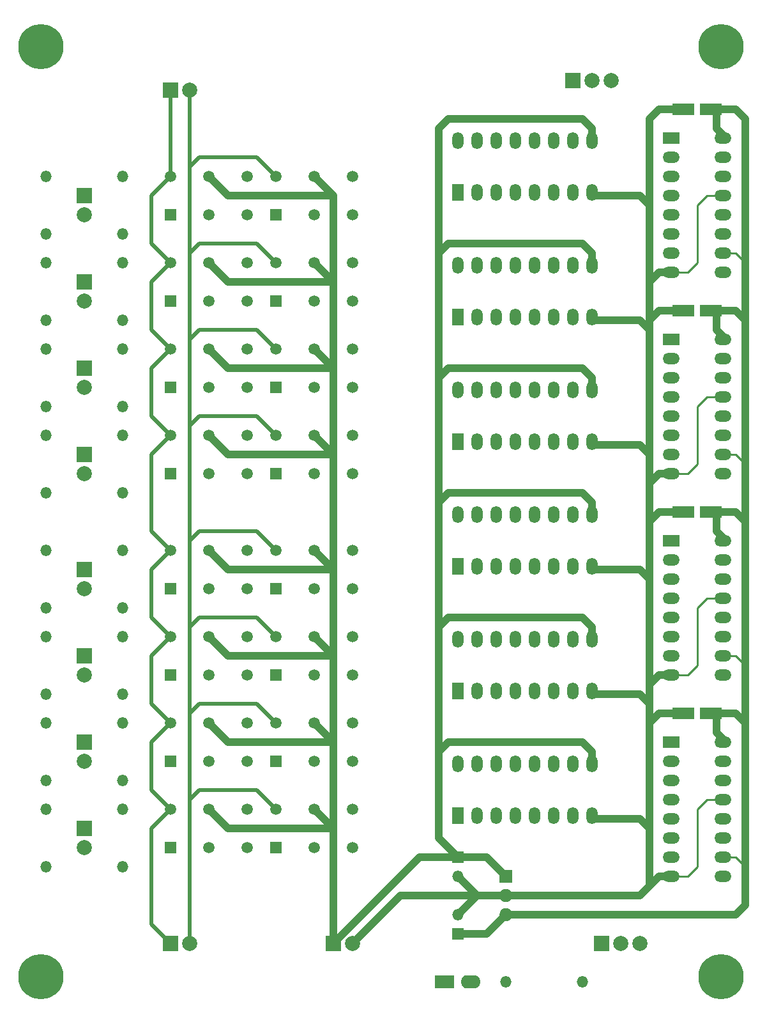
<source format=gbl>
G04 (created by PCBNEW (2013-07-07 BZR 4022)-stable) date Mon 29 Aug 2022 01:34:01 AM CDT*
%MOIN*%
G04 Gerber Fmt 3.4, Leading zero omitted, Abs format*
%FSLAX34Y34*%
G01*
G70*
G90*
G04 APERTURE LIST*
%ADD10C,0.00590551*%
%ADD11R,0.1035X0.069*%
%ADD12O,0.1035X0.069*%
%ADD13R,0.059X0.059*%
%ADD14O,0.059X0.059*%
%ADD15R,0.059X0.0885*%
%ADD16O,0.059X0.0885*%
%ADD17R,0.0885X0.059*%
%ADD18O,0.0885X0.059*%
%ADD19R,0.114X0.059*%
%ADD20R,0.069X0.069*%
%ADD21O,0.069X0.069*%
%ADD22R,0.079X0.079*%
%ADD23C,0.079*%
%ADD24C,0.23622*%
%ADD25C,0.059*%
%ADD26C,0.04*%
%ADD27C,0.01*%
%ADD28C,0.02*%
G04 APERTURE END LIST*
G54D10*
G54D11*
X51827Y-67500D03*
G54D12*
X53172Y-67500D03*
G54D13*
X52500Y-61000D03*
G54D14*
X52500Y-62000D03*
G54D13*
X52500Y-65000D03*
G54D14*
X52500Y-64000D03*
G54D15*
X52500Y-26352D03*
G54D16*
X53500Y-26352D03*
X54500Y-26352D03*
X55500Y-26352D03*
X57500Y-23647D03*
X56500Y-23647D03*
X55500Y-23647D03*
X54500Y-23647D03*
X56500Y-26352D03*
X57500Y-26352D03*
X58500Y-26352D03*
X58500Y-23647D03*
X59500Y-23647D03*
X53500Y-23647D03*
X59500Y-26352D03*
X52500Y-23647D03*
G54D17*
X63647Y-55000D03*
G54D18*
X63647Y-56000D03*
X63647Y-57000D03*
X63647Y-58000D03*
X66352Y-60000D03*
X66352Y-59000D03*
X66352Y-58000D03*
X66352Y-57000D03*
X63647Y-59000D03*
X63647Y-60000D03*
X63647Y-61000D03*
X66352Y-61000D03*
X66352Y-62000D03*
X66352Y-56000D03*
X63647Y-62000D03*
X66352Y-55000D03*
G54D17*
X63647Y-44500D03*
G54D18*
X63647Y-45500D03*
X63647Y-46500D03*
X63647Y-47500D03*
X66352Y-49500D03*
X66352Y-48500D03*
X66352Y-47500D03*
X66352Y-46500D03*
X63647Y-48500D03*
X63647Y-49500D03*
X63647Y-50500D03*
X66352Y-50500D03*
X66352Y-51500D03*
X66352Y-45500D03*
X63647Y-51500D03*
X66352Y-44500D03*
G54D17*
X63647Y-34000D03*
G54D18*
X63647Y-35000D03*
X63647Y-36000D03*
X63647Y-37000D03*
X66352Y-39000D03*
X66352Y-38000D03*
X66352Y-37000D03*
X66352Y-36000D03*
X63647Y-38000D03*
X63647Y-39000D03*
X63647Y-40000D03*
X66352Y-40000D03*
X66352Y-41000D03*
X66352Y-35000D03*
X63647Y-41000D03*
X66352Y-34000D03*
G54D15*
X52500Y-58852D03*
G54D16*
X53500Y-58852D03*
X54500Y-58852D03*
X55500Y-58852D03*
X57500Y-56147D03*
X56500Y-56147D03*
X55500Y-56147D03*
X54500Y-56147D03*
X56500Y-58852D03*
X57500Y-58852D03*
X58500Y-58852D03*
X58500Y-56147D03*
X59500Y-56147D03*
X53500Y-56147D03*
X59500Y-58852D03*
X52500Y-56147D03*
G54D15*
X52500Y-52352D03*
G54D16*
X53500Y-52352D03*
X54500Y-52352D03*
X55500Y-52352D03*
X57500Y-49647D03*
X56500Y-49647D03*
X55500Y-49647D03*
X54500Y-49647D03*
X56500Y-52352D03*
X57500Y-52352D03*
X58500Y-52352D03*
X58500Y-49647D03*
X59500Y-49647D03*
X53500Y-49647D03*
X59500Y-52352D03*
X52500Y-49647D03*
G54D15*
X52500Y-45852D03*
G54D16*
X53500Y-45852D03*
X54500Y-45852D03*
X55500Y-45852D03*
X57500Y-43147D03*
X56500Y-43147D03*
X55500Y-43147D03*
X54500Y-43147D03*
X56500Y-45852D03*
X57500Y-45852D03*
X58500Y-45852D03*
X58500Y-43147D03*
X59500Y-43147D03*
X53500Y-43147D03*
X59500Y-45852D03*
X52500Y-43147D03*
G54D15*
X52500Y-39352D03*
G54D16*
X53500Y-39352D03*
X54500Y-39352D03*
X55500Y-39352D03*
X57500Y-36647D03*
X56500Y-36647D03*
X55500Y-36647D03*
X54500Y-36647D03*
X56500Y-39352D03*
X57500Y-39352D03*
X58500Y-39352D03*
X58500Y-36647D03*
X59500Y-36647D03*
X53500Y-36647D03*
X59500Y-39352D03*
X52500Y-36647D03*
G54D15*
X52500Y-32852D03*
G54D16*
X53500Y-32852D03*
X54500Y-32852D03*
X55500Y-32852D03*
X57500Y-30147D03*
X56500Y-30147D03*
X55500Y-30147D03*
X54500Y-30147D03*
X56500Y-32852D03*
X57500Y-32852D03*
X58500Y-32852D03*
X58500Y-30147D03*
X59500Y-30147D03*
X53500Y-30147D03*
X59500Y-32852D03*
X52500Y-30147D03*
G54D17*
X63647Y-23500D03*
G54D18*
X63647Y-24500D03*
X63647Y-25500D03*
X63647Y-26500D03*
X66352Y-28500D03*
X66352Y-27500D03*
X66352Y-26500D03*
X66352Y-25500D03*
X63647Y-27500D03*
X63647Y-28500D03*
X63647Y-29500D03*
X66352Y-29500D03*
X66352Y-30500D03*
X66352Y-24500D03*
X63647Y-30500D03*
X66352Y-23500D03*
G54D19*
X65725Y-22000D03*
X64275Y-22000D03*
X65725Y-32500D03*
X64275Y-32500D03*
X65725Y-43000D03*
X64275Y-43000D03*
X65725Y-53500D03*
X64275Y-53500D03*
G54D20*
X55000Y-62000D03*
G54D21*
X55000Y-63000D03*
X55000Y-64000D03*
G54D22*
X46000Y-65500D03*
G54D23*
X47000Y-65500D03*
G54D22*
X33000Y-55000D03*
G54D23*
X33000Y-56000D03*
G54D22*
X33000Y-59500D03*
G54D23*
X33000Y-60500D03*
G54D22*
X33000Y-46000D03*
G54D23*
X33000Y-47000D03*
G54D22*
X33000Y-50500D03*
G54D23*
X33000Y-51500D03*
G54D22*
X33000Y-35500D03*
G54D23*
X33000Y-36500D03*
G54D22*
X33000Y-40000D03*
G54D23*
X33000Y-41000D03*
G54D22*
X33000Y-26500D03*
G54D23*
X33000Y-27500D03*
G54D22*
X33000Y-31000D03*
G54D23*
X33000Y-32000D03*
G54D22*
X37500Y-21000D03*
G54D23*
X38500Y-21000D03*
G54D14*
X55000Y-67500D03*
X59000Y-67500D03*
G54D22*
X60000Y-65500D03*
G54D23*
X61000Y-65500D03*
X62000Y-65500D03*
G54D22*
X58500Y-20500D03*
G54D23*
X59500Y-20500D03*
X60500Y-20500D03*
G54D24*
X30750Y-18750D03*
X66250Y-18750D03*
X66250Y-67250D03*
X30750Y-67250D03*
G54D22*
X37500Y-65500D03*
G54D23*
X38500Y-65500D03*
G54D13*
X37500Y-27500D03*
G54D25*
X39500Y-27500D03*
X41500Y-27500D03*
X41500Y-25500D03*
X39500Y-25500D03*
X37500Y-25500D03*
G54D13*
X43000Y-27500D03*
G54D25*
X45000Y-27500D03*
X47000Y-27500D03*
X47000Y-25500D03*
X45000Y-25500D03*
X43000Y-25500D03*
G54D13*
X37500Y-32000D03*
G54D25*
X39500Y-32000D03*
X41500Y-32000D03*
X41500Y-30000D03*
X39500Y-30000D03*
X37500Y-30000D03*
G54D13*
X43000Y-32000D03*
G54D25*
X45000Y-32000D03*
X47000Y-32000D03*
X47000Y-30000D03*
X45000Y-30000D03*
X43000Y-30000D03*
G54D13*
X37500Y-36500D03*
G54D25*
X39500Y-36500D03*
X41500Y-36500D03*
X41500Y-34500D03*
X39500Y-34500D03*
X37500Y-34500D03*
G54D13*
X43000Y-36500D03*
G54D25*
X45000Y-36500D03*
X47000Y-36500D03*
X47000Y-34500D03*
X45000Y-34500D03*
X43000Y-34500D03*
G54D13*
X37500Y-41000D03*
G54D25*
X39500Y-41000D03*
X41500Y-41000D03*
X41500Y-39000D03*
X39500Y-39000D03*
X37500Y-39000D03*
G54D13*
X43000Y-41000D03*
G54D25*
X45000Y-41000D03*
X47000Y-41000D03*
X47000Y-39000D03*
X45000Y-39000D03*
X43000Y-39000D03*
G54D13*
X37500Y-47000D03*
G54D25*
X39500Y-47000D03*
X41500Y-47000D03*
X41500Y-45000D03*
X39500Y-45000D03*
X37500Y-45000D03*
G54D13*
X43000Y-47000D03*
G54D25*
X45000Y-47000D03*
X47000Y-47000D03*
X47000Y-45000D03*
X45000Y-45000D03*
X43000Y-45000D03*
G54D13*
X37500Y-51500D03*
G54D25*
X39500Y-51500D03*
X41500Y-51500D03*
X41500Y-49500D03*
X39500Y-49500D03*
X37500Y-49500D03*
G54D13*
X43000Y-51500D03*
G54D25*
X45000Y-51500D03*
X47000Y-51500D03*
X47000Y-49500D03*
X45000Y-49500D03*
X43000Y-49500D03*
G54D13*
X37500Y-56000D03*
G54D25*
X39500Y-56000D03*
X41500Y-56000D03*
X41500Y-54000D03*
X39500Y-54000D03*
X37500Y-54000D03*
G54D13*
X43000Y-56000D03*
G54D25*
X45000Y-56000D03*
X47000Y-56000D03*
X47000Y-54000D03*
X45000Y-54000D03*
X43000Y-54000D03*
G54D13*
X37500Y-60500D03*
G54D25*
X39500Y-60500D03*
X41500Y-60500D03*
X41500Y-58500D03*
X39500Y-58500D03*
X37500Y-58500D03*
G54D13*
X43000Y-60500D03*
G54D25*
X45000Y-60500D03*
X47000Y-60500D03*
X47000Y-58500D03*
X45000Y-58500D03*
X43000Y-58500D03*
G54D14*
X31000Y-25500D03*
X35000Y-25500D03*
X31000Y-28500D03*
X35000Y-28500D03*
X31000Y-30000D03*
X35000Y-30000D03*
X31000Y-33000D03*
X35000Y-33000D03*
X31000Y-34500D03*
X35000Y-34500D03*
X31000Y-37500D03*
X35000Y-37500D03*
X31000Y-39000D03*
X35000Y-39000D03*
X31000Y-42000D03*
X35000Y-42000D03*
X31000Y-45000D03*
X35000Y-45000D03*
X31000Y-48000D03*
X35000Y-48000D03*
X31000Y-49500D03*
X35000Y-49500D03*
X31000Y-52500D03*
X35000Y-52500D03*
X31000Y-54000D03*
X35000Y-54000D03*
X31000Y-57000D03*
X35000Y-57000D03*
X31000Y-58500D03*
X35000Y-58500D03*
X31000Y-61500D03*
X35000Y-61500D03*
G54D26*
X51500Y-55500D02*
X52000Y-55000D01*
X59500Y-55500D02*
X59500Y-56000D01*
X59000Y-55000D02*
X59500Y-55500D01*
X55500Y-55000D02*
X59000Y-55000D01*
X52000Y-55000D02*
X55500Y-55000D01*
X51500Y-49000D02*
X52000Y-48500D01*
X59500Y-49000D02*
X59500Y-49500D01*
X59000Y-48500D02*
X59500Y-49000D01*
X52000Y-48500D02*
X59000Y-48500D01*
X51500Y-42500D02*
X52000Y-42000D01*
X59500Y-42500D02*
X59500Y-43000D01*
X59000Y-42000D02*
X59500Y-42500D01*
X52000Y-42000D02*
X59000Y-42000D01*
X51500Y-36500D02*
X51500Y-36000D01*
X59500Y-36000D02*
X59500Y-36500D01*
X59000Y-35500D02*
X59500Y-36000D01*
X52000Y-35500D02*
X59000Y-35500D01*
X51500Y-36000D02*
X52000Y-35500D01*
X51500Y-29500D02*
X52000Y-29000D01*
X59500Y-29500D02*
X59500Y-30000D01*
X59000Y-29000D02*
X59500Y-29500D01*
X52000Y-29000D02*
X59000Y-29000D01*
X52500Y-61000D02*
X51500Y-60000D01*
X59000Y-22500D02*
X59500Y-23000D01*
X56000Y-22500D02*
X59000Y-22500D01*
X52000Y-22500D02*
X56000Y-22500D01*
X51500Y-23000D02*
X52000Y-22500D01*
X51500Y-58500D02*
X51500Y-55500D01*
X51500Y-55500D02*
X51500Y-49000D01*
X51500Y-49000D02*
X51500Y-42500D01*
X51500Y-42500D02*
X51500Y-36500D01*
X51500Y-36500D02*
X51500Y-29500D01*
X51500Y-29500D02*
X51500Y-23000D01*
X51500Y-60000D02*
X51500Y-58500D01*
X59500Y-23000D02*
X59500Y-23500D01*
X46000Y-65500D02*
X50500Y-61000D01*
X50500Y-61000D02*
X52500Y-61000D01*
X55000Y-62000D02*
X54000Y-61000D01*
X54000Y-61000D02*
X52500Y-61000D01*
X39500Y-58500D02*
X40500Y-59500D01*
X40500Y-59500D02*
X46000Y-59500D01*
X39500Y-54000D02*
X40500Y-55000D01*
X40500Y-55000D02*
X46000Y-55000D01*
X39500Y-49500D02*
X40500Y-50500D01*
X40500Y-50500D02*
X46000Y-50500D01*
X39500Y-45000D02*
X40500Y-46000D01*
X40500Y-46000D02*
X46000Y-46000D01*
X39500Y-39000D02*
X40500Y-40000D01*
X40500Y-40000D02*
X46000Y-40000D01*
X39500Y-34500D02*
X40500Y-35500D01*
X40500Y-35500D02*
X46000Y-35500D01*
X39500Y-30000D02*
X40500Y-31000D01*
X40500Y-31000D02*
X46000Y-31000D01*
X39500Y-25500D02*
X40500Y-26500D01*
X40500Y-26500D02*
X46000Y-26500D01*
X46000Y-31000D02*
X46000Y-26500D01*
X46000Y-26500D02*
X45000Y-25500D01*
X46000Y-35500D02*
X46000Y-31000D01*
X46000Y-31000D02*
X45000Y-30000D01*
X46000Y-40000D02*
X46000Y-35500D01*
X46000Y-35500D02*
X45000Y-34500D01*
X46000Y-46000D02*
X46000Y-40000D01*
X46000Y-40000D02*
X45000Y-39000D01*
X46000Y-50500D02*
X46000Y-46000D01*
X46000Y-46000D02*
X45000Y-45000D01*
X46000Y-55000D02*
X46000Y-50500D01*
X46000Y-50500D02*
X45000Y-49500D01*
X46000Y-59500D02*
X46000Y-55000D01*
X46000Y-55000D02*
X45000Y-54000D01*
X46000Y-65500D02*
X46000Y-59500D01*
X46000Y-59500D02*
X45000Y-58500D01*
X52500Y-65000D02*
X54000Y-65000D01*
X54000Y-65000D02*
X55000Y-64000D01*
G54D27*
X66500Y-29500D02*
X67000Y-29500D01*
X67000Y-29500D02*
X67500Y-30000D01*
X66500Y-40000D02*
X67000Y-40000D01*
X67000Y-40000D02*
X67500Y-40500D01*
X66500Y-50500D02*
X67000Y-50500D01*
X67000Y-50500D02*
X67500Y-51000D01*
X66500Y-61000D02*
X67000Y-61000D01*
X67000Y-61000D02*
X67500Y-61500D01*
G54D26*
X67500Y-33000D02*
X67500Y-30000D01*
X67500Y-30000D02*
X67500Y-22500D01*
X67000Y-22000D02*
X66000Y-22000D01*
X67500Y-22500D02*
X67000Y-22000D01*
X67500Y-43500D02*
X67500Y-40500D01*
X67500Y-40500D02*
X67500Y-33000D01*
X67000Y-32500D02*
X66000Y-32500D01*
X67500Y-33000D02*
X67000Y-32500D01*
X67500Y-54000D02*
X67500Y-51000D01*
X67500Y-51000D02*
X67500Y-43500D01*
X67000Y-43000D02*
X66000Y-43000D01*
X67500Y-43500D02*
X67000Y-43000D01*
X55000Y-64000D02*
X67000Y-64000D01*
X67000Y-64000D02*
X67500Y-63500D01*
X67500Y-63500D02*
X67500Y-61500D01*
X67000Y-53500D02*
X66000Y-53500D01*
X67500Y-54000D02*
X67000Y-53500D01*
X67500Y-61500D02*
X67500Y-54000D01*
X66000Y-22000D02*
X66000Y-23000D01*
X66000Y-23000D02*
X66500Y-23500D01*
X66000Y-32500D02*
X66000Y-33500D01*
X66000Y-33500D02*
X66500Y-34000D01*
X66000Y-43000D02*
X66000Y-44000D01*
X66000Y-44000D02*
X66500Y-44500D01*
X66000Y-53500D02*
X66000Y-54500D01*
X66000Y-54500D02*
X66500Y-55000D01*
X59500Y-59000D02*
X62000Y-59000D01*
X62000Y-59000D02*
X62500Y-59500D01*
X59500Y-52500D02*
X62000Y-52500D01*
X62000Y-52500D02*
X62500Y-53000D01*
X59500Y-46000D02*
X62000Y-46000D01*
X62000Y-46000D02*
X62500Y-46500D01*
X59500Y-39500D02*
X62000Y-39500D01*
X62000Y-39500D02*
X62500Y-40000D01*
X59500Y-33000D02*
X62000Y-33000D01*
X62000Y-33000D02*
X62500Y-33500D01*
X59500Y-26500D02*
X62000Y-26500D01*
X62000Y-26500D02*
X62500Y-27000D01*
X62500Y-62500D02*
X63000Y-62000D01*
X63000Y-62000D02*
X63500Y-62000D01*
X62500Y-62500D02*
X62500Y-59500D01*
X62500Y-59500D02*
X62500Y-56500D01*
X62000Y-63000D02*
X62500Y-62500D01*
X62500Y-56500D02*
X62500Y-54000D01*
X62500Y-33000D02*
X63000Y-32500D01*
X62500Y-43500D02*
X63000Y-43000D01*
X62500Y-54000D02*
X63000Y-53500D01*
X62500Y-52000D02*
X63000Y-51500D01*
X62500Y-41500D02*
X63000Y-41000D01*
X62500Y-31000D02*
X63000Y-30500D01*
X62500Y-54000D02*
X62500Y-53000D01*
X62500Y-53000D02*
X62500Y-52000D01*
X62500Y-52000D02*
X62500Y-50000D01*
X62500Y-50000D02*
X62500Y-46500D01*
X62500Y-46500D02*
X62500Y-43500D01*
X62500Y-43500D02*
X62500Y-41500D01*
X62500Y-41500D02*
X62500Y-40000D01*
X62500Y-40000D02*
X62500Y-37000D01*
X62500Y-37000D02*
X62500Y-33500D01*
X62500Y-33500D02*
X62500Y-33000D01*
X62500Y-33000D02*
X62500Y-31000D01*
X62500Y-31000D02*
X62500Y-30500D01*
X62500Y-30500D02*
X62500Y-27000D01*
X62500Y-27000D02*
X62500Y-24000D01*
X62500Y-24000D02*
X62500Y-22500D01*
X62500Y-22500D02*
X63000Y-22000D01*
X55000Y-63000D02*
X62000Y-63000D01*
G54D27*
X66500Y-58000D02*
X65500Y-58000D01*
X65500Y-58000D02*
X65000Y-58500D01*
X65000Y-58500D02*
X65000Y-60500D01*
X65000Y-60500D02*
X65000Y-61500D01*
X65000Y-61500D02*
X64500Y-62000D01*
X64500Y-62000D02*
X63500Y-62000D01*
X66500Y-47500D02*
X65500Y-47500D01*
X64500Y-51500D02*
X63500Y-51500D01*
X65000Y-51000D02*
X64500Y-51500D01*
X65000Y-50000D02*
X65000Y-51000D01*
X65000Y-48000D02*
X65000Y-50000D01*
X65500Y-47500D02*
X65000Y-48000D01*
X66500Y-37000D02*
X65500Y-37000D01*
X64500Y-41000D02*
X63500Y-41000D01*
X65000Y-40500D02*
X64500Y-41000D01*
X65000Y-37500D02*
X65000Y-40500D01*
X65500Y-37000D02*
X65000Y-37500D01*
X66500Y-26500D02*
X65500Y-26500D01*
X64500Y-30500D02*
X63500Y-30500D01*
X65000Y-30000D02*
X64500Y-30500D01*
X65000Y-27000D02*
X65000Y-30000D01*
X65500Y-26500D02*
X65000Y-27000D01*
G54D26*
X63000Y-32500D02*
X64000Y-32500D01*
X63000Y-43000D02*
X64000Y-43000D01*
X63000Y-53500D02*
X64000Y-53500D01*
X63000Y-51500D02*
X63500Y-51500D01*
X63000Y-41000D02*
X63500Y-41000D01*
X63000Y-30500D02*
X63500Y-30500D01*
X63000Y-22000D02*
X64000Y-22000D01*
X47000Y-65500D02*
X49500Y-63000D01*
X49500Y-63000D02*
X53500Y-63000D01*
X52500Y-64000D02*
X53500Y-63000D01*
X52500Y-62000D02*
X53500Y-63000D01*
X53500Y-63000D02*
X55000Y-63000D01*
G54D28*
X37500Y-65500D02*
X36500Y-64500D01*
X36500Y-59500D02*
X37500Y-58500D01*
X36500Y-64500D02*
X36500Y-59500D01*
X37500Y-58500D02*
X36500Y-57500D01*
X36500Y-55000D02*
X37500Y-54000D01*
X36500Y-56000D02*
X36500Y-55000D01*
X36500Y-57500D02*
X36500Y-56000D01*
X37500Y-54000D02*
X36500Y-53000D01*
X36500Y-50500D02*
X37500Y-49500D01*
X36500Y-51500D02*
X36500Y-50500D01*
X36500Y-53000D02*
X36500Y-51500D01*
X37500Y-49500D02*
X36500Y-48500D01*
X36500Y-46000D02*
X37500Y-45000D01*
X36500Y-48500D02*
X36500Y-46000D01*
X37500Y-45000D02*
X36500Y-44000D01*
X36500Y-40000D02*
X37500Y-39000D01*
X36500Y-41000D02*
X36500Y-40000D01*
X36500Y-44000D02*
X36500Y-41000D01*
X37500Y-39000D02*
X36500Y-38000D01*
X36500Y-35500D02*
X37500Y-34500D01*
X36500Y-36500D02*
X36500Y-35500D01*
X36500Y-38000D02*
X36500Y-36500D01*
X37500Y-34500D02*
X36500Y-33500D01*
X36500Y-31000D02*
X37500Y-30000D01*
X36500Y-33500D02*
X36500Y-31000D01*
X37500Y-30000D02*
X36500Y-29000D01*
X36500Y-26500D02*
X37500Y-25500D01*
X36500Y-27500D02*
X36500Y-26500D01*
X36500Y-29000D02*
X36500Y-27500D01*
X37500Y-21000D02*
X37500Y-25500D01*
X38500Y-25000D02*
X38500Y-21000D01*
X38500Y-29500D02*
X38500Y-26000D01*
X42000Y-24500D02*
X43000Y-25500D01*
X40500Y-24500D02*
X42000Y-24500D01*
X39000Y-24500D02*
X40500Y-24500D01*
X38500Y-25000D02*
X39000Y-24500D01*
X38500Y-26000D02*
X38500Y-25000D01*
X38500Y-34000D02*
X38500Y-29500D01*
X42000Y-29000D02*
X43000Y-30000D01*
X39000Y-29000D02*
X42000Y-29000D01*
X38500Y-29500D02*
X39000Y-29000D01*
X38500Y-38500D02*
X38500Y-34000D01*
X42000Y-33500D02*
X43000Y-34500D01*
X39000Y-33500D02*
X42000Y-33500D01*
X38500Y-34000D02*
X39000Y-33500D01*
X38500Y-44500D02*
X38500Y-38500D01*
X42000Y-38000D02*
X43000Y-39000D01*
X39000Y-38000D02*
X42000Y-38000D01*
X38500Y-38500D02*
X39000Y-38000D01*
X38500Y-49000D02*
X38500Y-44500D01*
X42000Y-44000D02*
X43000Y-45000D01*
X39000Y-44000D02*
X42000Y-44000D01*
X38500Y-44500D02*
X39000Y-44000D01*
X38500Y-53500D02*
X38500Y-49000D01*
X42000Y-48500D02*
X43000Y-49500D01*
X39000Y-48500D02*
X42000Y-48500D01*
X38500Y-49000D02*
X39000Y-48500D01*
X38500Y-58000D02*
X38500Y-54000D01*
X42000Y-53000D02*
X43000Y-54000D01*
X39000Y-53000D02*
X42000Y-53000D01*
X38500Y-53500D02*
X39000Y-53000D01*
X38500Y-54000D02*
X38500Y-53500D01*
X38500Y-65500D02*
X38500Y-58000D01*
X42000Y-57500D02*
X43000Y-58500D01*
X41500Y-57500D02*
X42000Y-57500D01*
X39000Y-57500D02*
X41500Y-57500D01*
X38500Y-58000D02*
X39000Y-57500D01*
M02*

</source>
